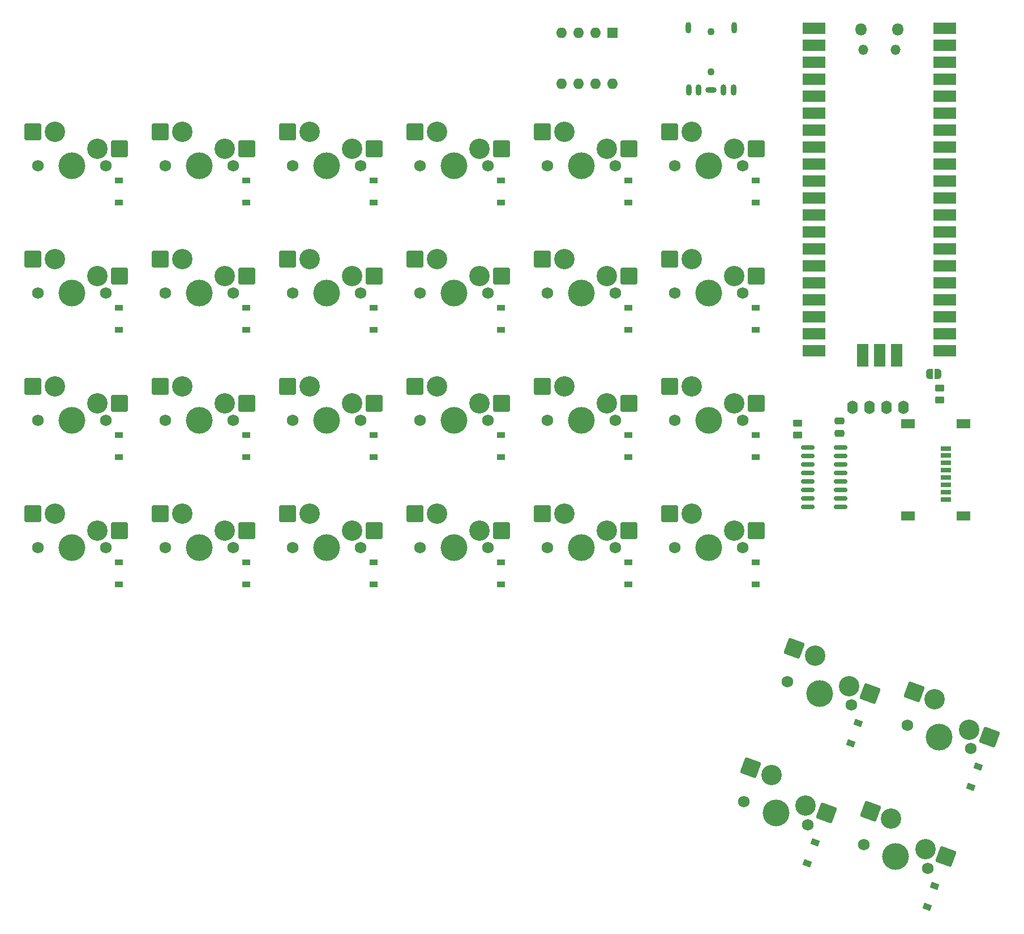
<source format=gts>
%TF.GenerationSoftware,KiCad,Pcbnew,6.99.0-dfdedfa605*%
%TF.CreationDate,2022-05-26T14:34:28+01:00*%
%TF.ProjectId,keyboard-right,6b657962-6f61-4726-942d-72696768742e,dev-1*%
%TF.SameCoordinates,Original*%
%TF.FileFunction,Soldermask,Top*%
%TF.FilePolarity,Negative*%
%FSLAX46Y46*%
G04 Gerber Fmt 4.6, Leading zero omitted, Abs format (unit mm)*
G04 Created by KiCad (PCBNEW 6.99.0-dfdedfa605) date 2022-05-26 14:34:28*
%MOMM*%
%LPD*%
G01*
G04 APERTURE LIST*
G04 Aperture macros list*
%AMRoundRect*
0 Rectangle with rounded corners*
0 $1 Rounding radius*
0 $2 $3 $4 $5 $6 $7 $8 $9 X,Y pos of 4 corners*
0 Add a 4 corners polygon primitive as box body*
4,1,4,$2,$3,$4,$5,$6,$7,$8,$9,$2,$3,0*
0 Add four circle primitives for the rounded corners*
1,1,$1+$1,$2,$3*
1,1,$1+$1,$4,$5*
1,1,$1+$1,$6,$7*
1,1,$1+$1,$8,$9*
0 Add four rect primitives between the rounded corners*
20,1,$1+$1,$2,$3,$4,$5,0*
20,1,$1+$1,$4,$5,$6,$7,0*
20,1,$1+$1,$6,$7,$8,$9,0*
20,1,$1+$1,$8,$9,$2,$3,0*%
%AMRotRect*
0 Rectangle, with rotation*
0 The origin of the aperture is its center*
0 $1 length*
0 $2 width*
0 $3 Rotation angle, in degrees counterclockwise*
0 Add horizontal line*
21,1,$1,$2,0,0,$3*%
%AMFreePoly0*
4,1,19,0.500000,-0.750000,0.000000,-0.750000,0.000000,-0.744911,-0.071157,-0.744911,-0.207708,-0.704816,-0.327430,-0.627875,-0.420627,-0.520320,-0.479746,-0.390866,-0.500000,-0.250000,-0.500000,0.250000,-0.479746,0.390866,-0.420627,0.520320,-0.327430,0.627875,-0.207708,0.704816,-0.071157,0.744911,0.000000,0.744911,0.000000,0.750000,0.500000,0.750000,0.500000,-0.750000,0.500000,-0.750000,
$1*%
%AMFreePoly1*
4,1,19,0.000000,0.744911,0.071157,0.744911,0.207708,0.704816,0.327430,0.627875,0.420627,0.520320,0.479746,0.390866,0.500000,0.250000,0.500000,-0.250000,0.479746,-0.390866,0.420627,-0.520320,0.327430,-0.627875,0.207708,-0.704816,0.071157,-0.744911,0.000000,-0.744911,0.000000,-0.750000,-0.500000,-0.750000,-0.500000,0.750000,0.000000,0.750000,0.000000,0.744911,0.000000,0.744911,
$1*%
G04 Aperture macros list end*
%ADD10R,1.200000X0.900000*%
%ADD11O,1.800000X1.800000*%
%ADD12O,1.500000X1.500000*%
%ADD13R,3.500000X1.700000*%
%ADD14R,1.700000X3.500000*%
%ADD15RotRect,0.900000X1.200000X70.000000*%
%ADD16RoundRect,0.150000X-0.825000X-0.150000X0.825000X-0.150000X0.825000X0.150000X-0.825000X0.150000X0*%
%ADD17RoundRect,0.250000X-0.450000X0.262500X-0.450000X-0.262500X0.450000X-0.262500X0.450000X0.262500X0*%
%ADD18RoundRect,0.250000X0.475000X-0.250000X0.475000X0.250000X-0.475000X0.250000X-0.475000X-0.250000X0*%
%ADD19R,1.500000X0.800000*%
%ADD20R,2.000000X1.450000*%
%ADD21C,1.100000*%
%ADD22O,1.700000X0.850000*%
%ADD23O,0.850000X1.700000*%
%ADD24FreePoly0,180.000000*%
%ADD25FreePoly1,180.000000*%
%ADD26C,1.750000*%
%ADD27C,3.050000*%
%ADD28C,4.000000*%
%ADD29RoundRect,0.250000X1.025000X1.000000X-1.025000X1.000000X-1.025000X-1.000000X1.025000X-1.000000X0*%
%ADD30R,1.600000X1.600000*%
%ADD31O,1.600000X1.600000*%
%ADD32O,1.600000X2.000000*%
%ADD33RoundRect,0.250000X1.305205X0.589122X-0.621165X1.290263X-1.305205X-0.589122X0.621165X-1.290263X0*%
G04 APERTURE END LIST*
D10*
%TO.C,D10*%
X82325899Y-75133199D03*
X82325899Y-71833199D03*
%TD*%
%TO.C,D2*%
X44225899Y-75133199D03*
X44225899Y-71833199D03*
%TD*%
D11*
%TO.C,U2*%
X155288399Y-30178199D03*
D12*
X155588399Y-33208199D03*
X160438399Y-33208199D03*
D11*
X160738399Y-30178199D03*
D13*
X148223399Y-30048199D03*
X148223399Y-32588199D03*
X148223399Y-35128199D03*
X148223399Y-37668199D03*
X148223399Y-40208199D03*
X148223399Y-42748199D03*
X148223399Y-45288199D03*
X148223399Y-47828199D03*
X148223399Y-50368199D03*
X148223399Y-52908199D03*
X148223399Y-55448199D03*
X148223399Y-57988199D03*
X148223399Y-60528199D03*
X148223399Y-63068199D03*
X148223399Y-65608199D03*
X148223399Y-68148199D03*
X148223399Y-70688199D03*
X148223399Y-73228199D03*
X148223399Y-75768199D03*
X148223399Y-78308199D03*
X167803399Y-78308199D03*
X167803399Y-75768199D03*
X167803399Y-73228199D03*
X167803399Y-70688199D03*
X167803399Y-68148199D03*
X167803399Y-65608199D03*
X167803399Y-63068199D03*
X167803399Y-60528199D03*
X167803399Y-57988199D03*
X167803399Y-55448199D03*
X167803399Y-52908199D03*
X167803399Y-50368199D03*
X167803399Y-47828199D03*
X167803399Y-45288199D03*
X167803399Y-42748199D03*
X167803399Y-40208199D03*
X167803399Y-37668199D03*
X167803399Y-35128199D03*
X167803399Y-32588199D03*
X167803399Y-30048199D03*
D14*
X155473399Y-78978199D03*
X158013399Y-78978199D03*
X160553399Y-78978199D03*
%TD*%
D10*
%TO.C,D22*%
X120425899Y-113233199D03*
X120425899Y-109933199D03*
%TD*%
D15*
%TO.C,D28*%
X165126975Y-161495102D03*
X166255641Y-158394116D03*
%TD*%
%TO.C,D18*%
X171642456Y-143593957D03*
X172771122Y-140492971D03*
%TD*%
D10*
%TO.C,D9*%
X82325899Y-56083199D03*
X82325899Y-52783199D03*
%TD*%
%TO.C,D19*%
X120425899Y-56083199D03*
X120425899Y-52783199D03*
%TD*%
%TO.C,D5*%
X63275899Y-56083199D03*
X63275899Y-52783199D03*
%TD*%
%TO.C,D21*%
X120425899Y-94183199D03*
X120425899Y-90883199D03*
%TD*%
%TO.C,D27*%
X139475899Y-113233199D03*
X139475899Y-109933199D03*
%TD*%
%TO.C,D25*%
X139475899Y-75133199D03*
X139475899Y-71833199D03*
%TD*%
%TO.C,D8*%
X63275899Y-113233199D03*
X63275899Y-109933199D03*
%TD*%
%TO.C,D4*%
X44225899Y-113233199D03*
X44225899Y-109933199D03*
%TD*%
D15*
%TO.C,D23*%
X147225830Y-154979618D03*
X148354496Y-151878632D03*
%TD*%
D10*
%TO.C,D20*%
X120425899Y-75133199D03*
X120425899Y-71833199D03*
%TD*%
D16*
%TO.C,U1*%
X147283400Y-92786200D03*
X147283400Y-94056200D03*
X147283400Y-95326200D03*
X147283400Y-96596200D03*
X147283400Y-97866200D03*
X147283400Y-99136200D03*
X147283400Y-100406200D03*
X147283400Y-101676200D03*
X152233400Y-101676200D03*
X152233400Y-100406200D03*
X152233400Y-99136200D03*
X152233400Y-97866200D03*
X152233400Y-96596200D03*
X152233400Y-95326200D03*
X152233400Y-94056200D03*
X152233400Y-92786200D03*
%TD*%
D15*
%TO.C,D13*%
X153741314Y-137078474D03*
X154869980Y-133977488D03*
%TD*%
D17*
%TO.C,R2*%
X145750000Y-89087500D03*
X145750000Y-90912500D03*
%TD*%
D18*
%TO.C,C1*%
X152000000Y-90650000D03*
X152000000Y-88750000D03*
%TD*%
D10*
%TO.C,D26*%
X139475899Y-94183199D03*
X139475899Y-90883199D03*
%TD*%
D19*
%TO.C,J1*%
X167986399Y-92888199D03*
X167986399Y-93988199D03*
X167986399Y-95088199D03*
X167986399Y-96188199D03*
X167986399Y-97288199D03*
X167986399Y-98388199D03*
X167986399Y-99488199D03*
X167986399Y-100588199D03*
D20*
X170586399Y-89213199D03*
X162286399Y-89213199D03*
X170586399Y-102963199D03*
X162286399Y-102963199D03*
%TD*%
D10*
%TO.C,D14*%
X101375899Y-56083199D03*
X101375899Y-52783199D03*
%TD*%
%TO.C,D6*%
X63275899Y-75133199D03*
X63275899Y-71833199D03*
%TD*%
%TO.C,D11*%
X82325899Y-94183199D03*
X82325899Y-90883199D03*
%TD*%
D21*
%TO.C,J2*%
X132842000Y-30566000D03*
X132842000Y-36566000D03*
D22*
X132841999Y-39265999D03*
D23*
X136191999Y-39265999D03*
X129491999Y-39265999D03*
X129391999Y-29965999D03*
X136291999Y-29965999D03*
X134691999Y-39265999D03*
X130991999Y-39265999D03*
%TD*%
D10*
%TO.C,D16*%
X101375899Y-94183199D03*
X101375899Y-90883199D03*
%TD*%
%TO.C,D3*%
X44225899Y-94183199D03*
X44225899Y-90883199D03*
%TD*%
D24*
%TO.C,JP1*%
X166800000Y-81750000D03*
D25*
X165500000Y-81750000D03*
%TD*%
D10*
%TO.C,D15*%
X101375899Y-75133199D03*
X101375899Y-71833199D03*
%TD*%
%TO.C,D24*%
X139475899Y-56083199D03*
X139475899Y-52783199D03*
%TD*%
%TO.C,D17*%
X101375899Y-113233199D03*
X101375899Y-109933199D03*
%TD*%
D17*
%TO.C,R1*%
X167000000Y-83837500D03*
X167000000Y-85662500D03*
%TD*%
D10*
%TO.C,D1*%
X44225899Y-56083199D03*
X44225899Y-52783199D03*
%TD*%
%TO.C,D12*%
X82325899Y-113233199D03*
X82325899Y-109933199D03*
%TD*%
%TO.C,D7*%
X63275899Y-94183199D03*
X63275899Y-90883199D03*
%TD*%
D26*
%TO.C,SW1*%
X42320900Y-50623200D03*
D27*
X41050900Y-48083200D03*
D28*
X37240900Y-50623200D03*
D27*
X34700900Y-45543200D03*
D26*
X32160900Y-50623200D03*
D29*
X44325900Y-48083200D03*
X31398900Y-45543200D03*
%TD*%
D26*
%TO.C,SW20*%
X118520900Y-69673200D03*
D27*
X117250900Y-67133200D03*
D28*
X113440900Y-69673200D03*
D27*
X110900900Y-64593200D03*
D26*
X108360900Y-69673200D03*
D29*
X120525900Y-67133200D03*
X107598900Y-64593200D03*
%TD*%
D26*
%TO.C,SW10*%
X80420900Y-69673200D03*
D27*
X79150900Y-67133200D03*
D28*
X75340900Y-69673200D03*
D27*
X72800900Y-64593200D03*
D26*
X70260900Y-69673200D03*
D29*
X82425900Y-67133200D03*
X69498900Y-64593200D03*
%TD*%
D26*
%TO.C,SW25*%
X137570900Y-69673200D03*
D27*
X136300900Y-67133200D03*
D28*
X132490900Y-69673200D03*
D27*
X129950900Y-64593200D03*
D26*
X127410900Y-69673200D03*
D29*
X139575900Y-67133200D03*
X126648900Y-64593200D03*
%TD*%
D26*
%TO.C,SW17*%
X99470900Y-107773200D03*
D27*
X98200900Y-105233200D03*
D28*
X94390900Y-107773200D03*
D27*
X91850900Y-102693200D03*
D26*
X89310900Y-107773200D03*
D29*
X101475900Y-105233200D03*
X88548900Y-102693200D03*
%TD*%
D30*
%TO.C,SW29*%
X118049999Y-30673199D03*
D31*
X115509999Y-30673199D03*
X112969999Y-30673199D03*
X110429999Y-30673199D03*
X110429999Y-38293199D03*
X112969999Y-38293199D03*
X115509999Y-38293199D03*
X118049999Y-38293199D03*
%TD*%
D26*
%TO.C,SW26*%
X137570900Y-88723200D03*
D27*
X136300900Y-86183200D03*
D28*
X132490900Y-88723200D03*
D27*
X129950900Y-83643200D03*
D26*
X127410900Y-88723200D03*
D29*
X139575900Y-86183200D03*
X126648900Y-83643200D03*
%TD*%
D32*
%TO.C,Brd1*%
X161633399Y-86758199D03*
X159093399Y-86758199D03*
X156553399Y-86758199D03*
X154013399Y-86758199D03*
%TD*%
D26*
%TO.C,SW15*%
X99470900Y-69673200D03*
D27*
X98200900Y-67133200D03*
D28*
X94390900Y-69673200D03*
D27*
X91850900Y-64593200D03*
D26*
X89310900Y-69673200D03*
D29*
X101475900Y-67133200D03*
X88548900Y-64593200D03*
%TD*%
D26*
%TO.C,SW24*%
X137570900Y-50623200D03*
D27*
X136300900Y-48083200D03*
D28*
X132490900Y-50623200D03*
D27*
X129950900Y-45543200D03*
D26*
X127410900Y-50623200D03*
D29*
X139575900Y-48083200D03*
X126648900Y-45543200D03*
%TD*%
D26*
%TO.C,SW18*%
X171719774Y-137811687D03*
D27*
X171395095Y-134990502D03*
D28*
X166946135Y-136074225D03*
D27*
X166296778Y-130431855D03*
D26*
X162172496Y-134336763D03*
D33*
X174472588Y-136110618D03*
X163193913Y-129302505D03*
%TD*%
D26*
%TO.C,SW6*%
X61370900Y-69673200D03*
D27*
X60100900Y-67133200D03*
D28*
X56290900Y-69673200D03*
D27*
X53750900Y-64593200D03*
D26*
X51210900Y-69673200D03*
D29*
X63375900Y-67133200D03*
X50448900Y-64593200D03*
%TD*%
D26*
%TO.C,SW21*%
X118520900Y-88723200D03*
D27*
X117250900Y-86183200D03*
D28*
X113440900Y-88723200D03*
D27*
X110900900Y-83643200D03*
D26*
X108360900Y-88723200D03*
D29*
X120525900Y-86183200D03*
X107598900Y-83643200D03*
%TD*%
D26*
%TO.C,SW4*%
X42320900Y-107773200D03*
D27*
X41050900Y-105233200D03*
D28*
X37240900Y-107773200D03*
D27*
X34700900Y-102693200D03*
D26*
X32160900Y-107773200D03*
D29*
X44325900Y-105233200D03*
X31398900Y-102693200D03*
%TD*%
D26*
%TO.C,SW23*%
X147303146Y-149197348D03*
D27*
X146978467Y-146376163D03*
D28*
X142529507Y-147459886D03*
D27*
X141880150Y-141817516D03*
D26*
X137755868Y-145722424D03*
D33*
X150055960Y-147496279D03*
X138777285Y-140688166D03*
%TD*%
D26*
%TO.C,SW11*%
X80420900Y-88723200D03*
D27*
X79150900Y-86183200D03*
D28*
X75340900Y-88723200D03*
D27*
X72800900Y-83643200D03*
D26*
X70260900Y-88723200D03*
D29*
X82425900Y-86183200D03*
X69498900Y-83643200D03*
%TD*%
D26*
%TO.C,SW19*%
X118520900Y-50623200D03*
D27*
X117250900Y-48083200D03*
D28*
X113440900Y-50623200D03*
D27*
X110900900Y-45543200D03*
D26*
X108360900Y-50623200D03*
D29*
X120525900Y-48083200D03*
X107598900Y-45543200D03*
%TD*%
D26*
%TO.C,SW5*%
X61370900Y-50623200D03*
D27*
X60100900Y-48083200D03*
D28*
X56290900Y-50623200D03*
D27*
X53750900Y-45543200D03*
D26*
X51210900Y-50623200D03*
D29*
X63375900Y-48083200D03*
X50448900Y-45543200D03*
%TD*%
D26*
%TO.C,SW27*%
X137570900Y-107773200D03*
D27*
X136300900Y-105233200D03*
D28*
X132490900Y-107773200D03*
D27*
X129950900Y-102693200D03*
D26*
X127410900Y-107773200D03*
D29*
X139575900Y-105233200D03*
X126648900Y-102693200D03*
%TD*%
D26*
%TO.C,SW16*%
X99470900Y-88723200D03*
D27*
X98200900Y-86183200D03*
D28*
X94390900Y-88723200D03*
D27*
X91850900Y-83643200D03*
D26*
X89310900Y-88723200D03*
D29*
X101475900Y-86183200D03*
X88548900Y-83643200D03*
%TD*%
D26*
%TO.C,SW8*%
X61370900Y-107773200D03*
D27*
X60100900Y-105233200D03*
D28*
X56290900Y-107773200D03*
D27*
X53750900Y-102693200D03*
D26*
X51210900Y-107773200D03*
D29*
X63375900Y-105233200D03*
X50448900Y-102693200D03*
%TD*%
D26*
%TO.C,SW13*%
X153818630Y-131296204D03*
D27*
X153493951Y-128475019D03*
D28*
X149044991Y-129558742D03*
D27*
X148395634Y-123916372D03*
D26*
X144271352Y-127821280D03*
D33*
X156571444Y-129595135D03*
X145292769Y-122787022D03*
%TD*%
D26*
%TO.C,SW3*%
X42320900Y-88723200D03*
D27*
X41050900Y-86183200D03*
D28*
X37240900Y-88723200D03*
D27*
X34700900Y-83643200D03*
D26*
X32160900Y-88723200D03*
D29*
X44325900Y-86183200D03*
X31398900Y-83643200D03*
%TD*%
D26*
%TO.C,SW28*%
X165204291Y-155712832D03*
D27*
X164879612Y-152891647D03*
D28*
X160430652Y-153975370D03*
D27*
X159781295Y-148333000D03*
D26*
X155657013Y-152237908D03*
D33*
X167957105Y-154011763D03*
X156678430Y-147203650D03*
%TD*%
D26*
%TO.C,SW7*%
X61370900Y-88723200D03*
D27*
X60100900Y-86183200D03*
D28*
X56290900Y-88723200D03*
D27*
X53750900Y-83643200D03*
D26*
X51210900Y-88723200D03*
D29*
X63375900Y-86183200D03*
X50448900Y-83643200D03*
%TD*%
D26*
%TO.C,SW14*%
X99470900Y-50623200D03*
D27*
X98200900Y-48083200D03*
D28*
X94390900Y-50623200D03*
D27*
X91850900Y-45543200D03*
D26*
X89310900Y-50623200D03*
D29*
X101475900Y-48083200D03*
X88548900Y-45543200D03*
%TD*%
D26*
%TO.C,SW9*%
X80420900Y-50623200D03*
D27*
X79150900Y-48083200D03*
D28*
X75340900Y-50623200D03*
D27*
X72800900Y-45543200D03*
D26*
X70260900Y-50623200D03*
D29*
X82425900Y-48083200D03*
X69498900Y-45543200D03*
%TD*%
D26*
%TO.C,SW2*%
X42320900Y-69673200D03*
D27*
X41050900Y-67133200D03*
D28*
X37240900Y-69673200D03*
D27*
X34700900Y-64593200D03*
D26*
X32160900Y-69673200D03*
D29*
X44325900Y-67133200D03*
X31398900Y-64593200D03*
%TD*%
D26*
%TO.C,SW22*%
X118520900Y-107773200D03*
D27*
X117250900Y-105233200D03*
D28*
X113440900Y-107773200D03*
D27*
X110900900Y-102693200D03*
D26*
X108360900Y-107773200D03*
D29*
X120525900Y-105233200D03*
X107598900Y-102693200D03*
%TD*%
D26*
%TO.C,SW12*%
X80420900Y-107773200D03*
D27*
X79150900Y-105233200D03*
D28*
X75340900Y-107773200D03*
D27*
X72800900Y-102693200D03*
D26*
X70260900Y-107773200D03*
D29*
X82425900Y-105233200D03*
X69498900Y-102693200D03*
%TD*%
M02*

</source>
